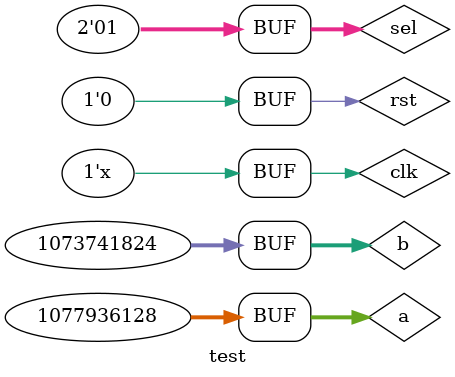
<source format=v>
`timescale 1ns/100ps

module test;
    reg clk;
    reg rst;
    reg [31:0] a;
    reg [31:0] b;
    reg [1:0] sel;
    wire err;
    wire overflow;
    wire [31:0] y;

    fpu fpu_test(clk, rst, a, b, sel, err, overflow, y);

    always
    begin
        #0.5 clk = ~clk;
    end

    initial
    begin
        clk <= 1;
        rst <= 0;
        a <= 0;
        b <= 0;
        sel <= 0;
        
        #0.9
        a <= 32'b0_10000000_10000000000000000000000;  // a =  3.0
        b <= 32'b0_10000000_00000000000000000000000;  // b =  2.0
        sel <= 2'b00; // y =  5.0

        #1
        sel <= 2'b01; // y =  1.0

        #1
        sel <= 2'b10; // y =  6.0

        #1
        sel <= 2'b11; // y =  1.5

        #1
        sel <= 2'b00; // y =  5.0

        #1
        sel <= 2'b01; // y =  1.0

        #1
        sel <= 2'b10; // y =  6.0

        #1
        sel <= 2'b11; // y =  1.5

        #1
        sel <= 2'b00; // y =  5.0

        #1
        sel <= 2'b01; // y =  1.0
    end
endmodule

</source>
